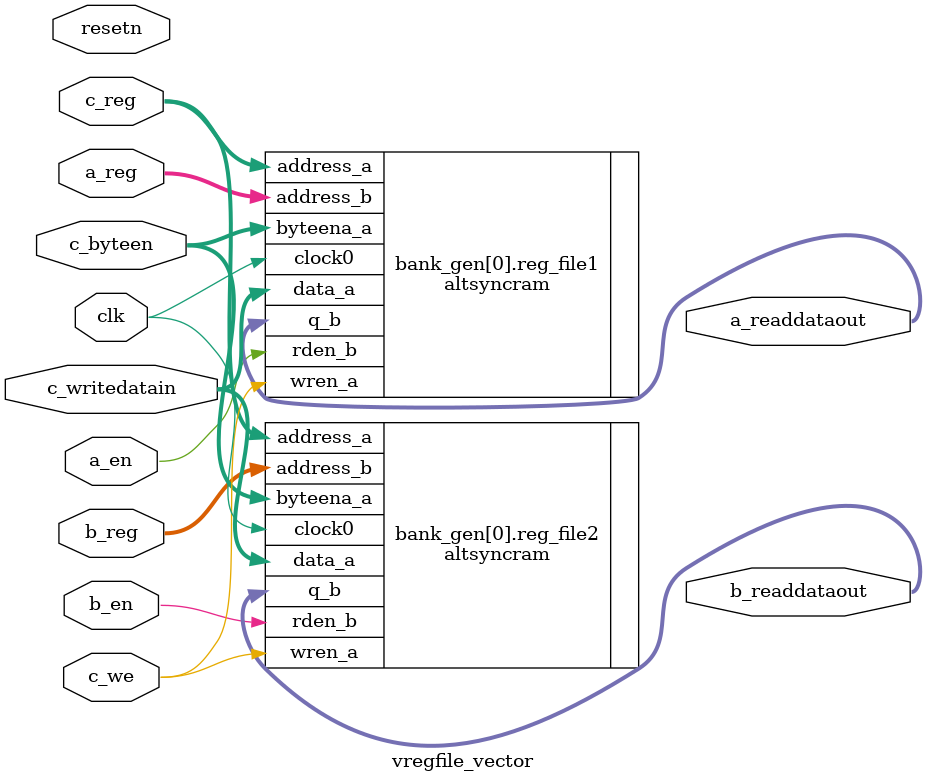
<source format=v>
/****************************************************************************
          Register File

   - Has two read ports (a and b) and one write port (c)
   - sel chooses the register to be read/written
****************************************************************************/
module vregfile_vector(clk,resetn, 
	a_reg, a_readdataout, a_en,
	b_reg, b_readdataout, b_en,
	c_reg, c_writedatain, c_byteen, c_we);

parameter NUMBANKS=1;
parameter LOG2NUMBANKS=0;
parameter WIDTH=32;
parameter NUMREGS=32;
parameter LOG2NUMREGS=5;

parameter NUMREGSPERBANK=NUMREGS/NUMBANKS;
parameter LOG2NUMREGSPERBANK=LOG2NUMREGS-LOG2NUMBANKS;

input clk;
input resetn;

input [NUMBANKS-1:0] a_en;
input [NUMBANKS-1:0] b_en;
input [NUMBANKS*LOG2NUMREGSPERBANK-1:0] a_reg,b_reg,c_reg;
output [NUMBANKS*WIDTH-1:0] a_readdataout, b_readdataout;
input [NUMBANKS*WIDTH-1:0] c_writedatain;
input [((WIDTH>=8) ? NUMBANKS*WIDTH/8-1 : NUMBANKS-1):0] c_byteen;
input [NUMBANKS-1:0] c_we;

  genvar k;

  generate
  for (k=0; k<NUMBANKS; k=k+1)
  begin : bank_gen
  `ifdef USE_INHOUSE_LOGIC
          dpram reg_file1(
  	    .clk(clk),
  	    .address_a(c_reg[k*LOG2NUMREGSPERBANK +: LOG2NUMREGSPERBANK]),
  	    .address_b(a_reg[k*LOG2NUMREGSPERBANK +: LOG2NUMREGSPERBANK]),
  	    .wren_a(c_we[k] & ((WIDTH>8) ? 1'b1 : c_byteen[k])),
  	    .wren_b(1'b0),
  	    .data_a(c_writedatain[k*WIDTH +: WIDTH]),
  	    .data_b(0),
  	    .out_a(),
  	    .out_b(a_readdataout[k*WIDTH +: WIDTH])
          );
          defparam
              reg_file1.AWIDTH=LOG2NUMREGSPERBANK,
              reg_file1.NUM_WORDS=NUMREGSPERBANK,
              reg_file1.DWIDTH=WIDTH;
  
          dpram reg_file2(
  	    .clk(clk),
  	    .address_a(c_reg[k*LOG2NUMREGSPERBANK +: LOG2NUMREGSPERBANK]),
  	    .address_b(b_reg[k*LOG2NUMREGSPERBANK +: LOG2NUMREGSPERBANK]),
  	    .wren_a(c_we[k] & ((WIDTH>8) ? 1'b1 : c_byteen[k])),
  	    .wren_b(1'b0),
  	    .data_a(c_writedatain[k*WIDTH +: WIDTH]),
  	    .data_b(0),
  	    .out_a(),
  	    .out_b(b_readdataout[k*WIDTH +: WIDTH])
          );
          defparam
              reg_file2.AWIDTH=LOG2NUMREGSPERBANK,
              reg_file2.NUM_WORDS=NUMREGSPERBANK,
              reg_file2.DWIDTH=WIDTH;
  `else
    altsyncram	reg_file1(
          .clock0 (clk),
          .wren_a (c_we[k] & ((WIDTH>8) ? 1'b1 : c_byteen[k])),
          .data_a (c_writedatain[k*WIDTH +: WIDTH]),
          //Not allowed to use this port when width_byteena_a is <= 1
          .byteena_a ( (WIDTH>8) ? c_byteen[k*WIDTH/8 +: WIDTH/8] : 1'b1 ),
          .rden_b (a_en[k]),
          .address_a (c_reg[k*LOG2NUMREGSPERBANK +: LOG2NUMREGSPERBANK]),
          .address_b (a_reg[k*LOG2NUMREGSPERBANK +: LOG2NUMREGSPERBANK]),
          .q_b (a_readdataout[k*WIDTH +: WIDTH])
          // synopsys translate_off
          ,
          .clock1 (1'b0),
          .aclr0 (1'b0),
          .aclr1 (1'b0),
          .byteena_b (1'b1),
          .data_b (),
          .wren_b (1'b0),
          .clocken1(1'b1),
          .q_a (),
          .clocken0 (1'b1),
          .addressstall_a (1'b0),
          .addressstall_b (1'b0)
          // synopsys translate_on
      );
    defparam
      reg_file1.operation_mode = "DUAL_PORT",
      reg_file1.width_a = WIDTH,
      reg_file1.widthad_a = LOG2NUMREGSPERBANK,
      reg_file1.numwords_a = NUMREGSPERBANK,
      reg_file1.width_b = WIDTH,
      reg_file1.widthad_b = LOG2NUMREGSPERBANK,
      reg_file1.numwords_b = NUMREGSPERBANK,
      reg_file1.lpm_type = "altsyncram",
      reg_file1.width_byteena_a = (WIDTH>=8) ? WIDTH/8 : 1,
      reg_file1.outdata_reg_b = "UNREGISTERED",
      reg_file1.indata_aclr_a = "NONE",
      reg_file1.wrcontrol_aclr_a = "NONE",
      reg_file1.address_aclr_a = "NONE",
      reg_file1.rdcontrol_reg_b = "CLOCK0",
      reg_file1.address_reg_b = "CLOCK0",
      reg_file1.address_aclr_b = "NONE",
      reg_file1.outdata_aclr_b = "NONE",
      reg_file1.read_during_write_mode_mixed_ports = "OLD_DATA",
      reg_file1.ram_block_type = "AUTO",
      reg_file1.intended_device_family = "Stratix";

      //Reg file duplicated to avoid contention between 2 read
      //and 1 write
    altsyncram	reg_file2(
          .clock0 (clk),
          .wren_a (c_we[k] & ((WIDTH>8) ? 1'b1 : c_byteen[k]) ),
          .data_a (c_writedatain[k*WIDTH +: WIDTH]),
          //Not allowed to use this port when width_byteena_a is <= 1
          .byteena_a ( (WIDTH>8) ? c_byteen[k*WIDTH/8 +: WIDTH/8] : 1'b1 ),
          .address_a (c_reg[k*LOG2NUMREGSPERBANK +: LOG2NUMREGSPERBANK]),
          .rden_b (b_en[k]),
          .address_b (b_reg[k*LOG2NUMREGSPERBANK +: LOG2NUMREGSPERBANK]),
          .q_b (b_readdataout[k*WIDTH +: WIDTH])
          // synopsys translate_off
          ,
          .clock1 (1'b0),
          .aclr0 (1'b0),
          .aclr1 (1'b0),
          .byteena_b (1'b1),
          .data_b (),
          .clocken1(1'b1),
          .wren_b (1'b0),
          .q_a (),
          .clocken0 (1'b1),
          .addressstall_a (1'b0),
          .addressstall_b (1'b0)
          // synopsys translate_on
      );
    defparam
      reg_file2.operation_mode = "DUAL_PORT",
      reg_file2.width_a = WIDTH,
      reg_file2.widthad_a = LOG2NUMREGSPERBANK,
      reg_file2.numwords_a = NUMREGSPERBANK,
      reg_file2.width_b = WIDTH,
      reg_file2.widthad_b = LOG2NUMREGSPERBANK,
      reg_file2.numwords_b = NUMREGSPERBANK,
      reg_file2.lpm_type = "altsyncram",
      reg_file2.width_byteena_a = (WIDTH>=8) ? WIDTH/8 : 1,
      reg_file2.outdata_reg_b = "UNREGISTERED",
      reg_file2.indata_aclr_a = "NONE",
      reg_file2.wrcontrol_aclr_a = "NONE",
      reg_file2.address_aclr_a = "NONE",
      reg_file2.rdcontrol_reg_b = "CLOCK0",
      reg_file2.address_reg_b = "CLOCK0",
      reg_file2.address_aclr_b = "NONE",
      reg_file2.outdata_aclr_b = "NONE",
      reg_file2.read_during_write_mode_mixed_ports = "OLD_DATA",
      reg_file2.ram_block_type = "AUTO",
      reg_file2.intended_device_family = "Stratix";
  `endif
  end
  endgenerate

endmodule


</source>
